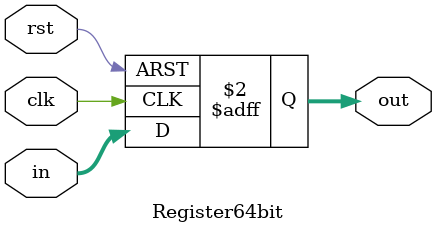
<source format=v>
module Register64bit (
    input wire clk,
    input wire rst,
    input wire [63:0] in,
    output reg [63:0] out
);

  always @(posedge clk or posedge rst) begin
    if (rst) begin
      out <= 64'b0;
    end else begin
      out <= in;
    end
  end

endmodule

</source>
